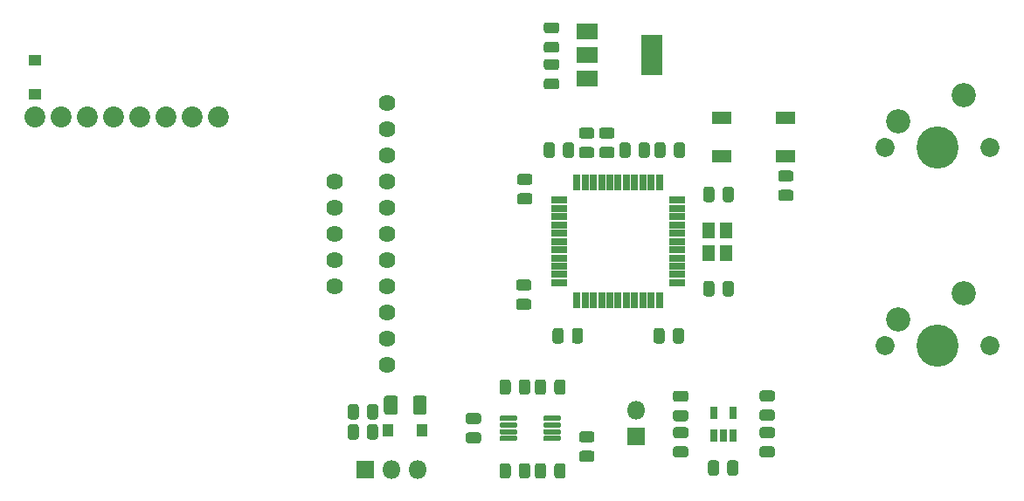
<source format=gbr>
G04 #@! TF.GenerationSoftware,KiCad,Pcbnew,(5.1.6)-1*
G04 #@! TF.CreationDate,2020-11-30T20:52:42-08:00*
G04 #@! TF.ProjectId,pcb2,70636232-2e6b-4696-9361-645f70636258,rev?*
G04 #@! TF.SameCoordinates,Original*
G04 #@! TF.FileFunction,Soldermask,Bot*
G04 #@! TF.FilePolarity,Negative*
%FSLAX46Y46*%
G04 Gerber Fmt 4.6, Leading zero omitted, Abs format (unit mm)*
G04 Created by KiCad (PCBNEW (5.1.6)-1) date 2020-11-30 20:52:42*
%MOMM*%
%LPD*%
G01*
G04 APERTURE LIST*
%ADD10C,1.624000*%
%ADD11C,2.030000*%
%ADD12R,1.000000X1.300000*%
%ADD13R,1.300000X1.000000*%
%ADD14R,1.800000X1.800000*%
%ADD15O,1.800000X1.800000*%
%ADD16C,1.850000*%
%ADD17C,2.350000*%
%ADD18C,4.087800*%
%ADD19R,1.900000X1.200000*%
%ADD20R,2.100000X3.900000*%
%ADD21R,2.100000X1.600000*%
%ADD22R,0.750000X1.160000*%
%ADD23R,0.650000X1.600000*%
%ADD24R,1.600000X0.650000*%
%ADD25R,1.300000X1.500000*%
G04 APERTURE END LIST*
G04 #@! TO.C,C14*
G36*
G01*
X152421880Y-67613610D02*
X152421880Y-68576110D01*
G75*
G02*
X152153130Y-68844860I-268750J0D01*
G01*
X151615630Y-68844860D01*
G75*
G02*
X151346880Y-68576110I0J268750D01*
G01*
X151346880Y-67613610D01*
G75*
G02*
X151615630Y-67344860I268750J0D01*
G01*
X152153130Y-67344860D01*
G75*
G02*
X152421880Y-67613610I0J-268750D01*
G01*
G37*
G36*
G01*
X150546880Y-67613610D02*
X150546880Y-68576110D01*
G75*
G02*
X150278130Y-68844860I-268750J0D01*
G01*
X149740630Y-68844860D01*
G75*
G02*
X149471880Y-68576110I0J268750D01*
G01*
X149471880Y-67613610D01*
G75*
G02*
X149740630Y-67344860I268750J0D01*
G01*
X150278130Y-67344860D01*
G75*
G02*
X150546880Y-67613610I0J-268750D01*
G01*
G37*
G04 #@! TD*
D10*
G04 #@! TO.C,JP1*
X127000000Y-63500000D03*
X127000000Y-66040000D03*
X127000000Y-68580000D03*
X127000000Y-71120000D03*
X127000000Y-73660000D03*
X127000000Y-76200000D03*
X127000000Y-78740000D03*
X127000000Y-81280000D03*
X127000000Y-83820000D03*
X127000000Y-86360000D03*
X127000000Y-88900000D03*
G04 #@! TD*
G04 #@! TO.C,C8*
G36*
G01*
X145086600Y-67616150D02*
X145086600Y-68578650D01*
G75*
G02*
X144817850Y-68847400I-268750J0D01*
G01*
X144280350Y-68847400D01*
G75*
G02*
X144011600Y-68578650I0J268750D01*
G01*
X144011600Y-67616150D01*
G75*
G02*
X144280350Y-67347400I268750J0D01*
G01*
X144817850Y-67347400D01*
G75*
G02*
X145086600Y-67616150I0J-268750D01*
G01*
G37*
G36*
G01*
X143211600Y-67616150D02*
X143211600Y-68578650D01*
G75*
G02*
X142942850Y-68847400I-268750J0D01*
G01*
X142405350Y-68847400D01*
G75*
G02*
X142136600Y-68578650I0J268750D01*
G01*
X142136600Y-67616150D01*
G75*
G02*
X142405350Y-67347400I268750J0D01*
G01*
X142942850Y-67347400D01*
G75*
G02*
X143211600Y-67616150I0J-268750D01*
G01*
G37*
G04 #@! TD*
D11*
G04 #@! TO.C,A1*
X110617000Y-64897000D03*
X108077000Y-64897000D03*
X105537000Y-64897000D03*
X102997000Y-64897000D03*
X100457000Y-64897000D03*
X97917000Y-64897000D03*
X95377000Y-64897000D03*
X92837000Y-64897000D03*
G04 #@! TD*
G04 #@! TO.C,C1*
G36*
G01*
X154941350Y-91440500D02*
X155903850Y-91440500D01*
G75*
G02*
X156172600Y-91709250I0J-268750D01*
G01*
X156172600Y-92246750D01*
G75*
G02*
X155903850Y-92515500I-268750J0D01*
G01*
X154941350Y-92515500D01*
G75*
G02*
X154672600Y-92246750I0J268750D01*
G01*
X154672600Y-91709250D01*
G75*
G02*
X154941350Y-91440500I268750J0D01*
G01*
G37*
G36*
G01*
X154941350Y-93315500D02*
X155903850Y-93315500D01*
G75*
G02*
X156172600Y-93584250I0J-268750D01*
G01*
X156172600Y-94121750D01*
G75*
G02*
X155903850Y-94390500I-268750J0D01*
G01*
X154941350Y-94390500D01*
G75*
G02*
X154672600Y-94121750I0J268750D01*
G01*
X154672600Y-93584250D01*
G75*
G02*
X154941350Y-93315500I268750J0D01*
G01*
G37*
G04 #@! TD*
G04 #@! TO.C,C2*
G36*
G01*
X143381650Y-58652700D02*
X142419150Y-58652700D01*
G75*
G02*
X142150400Y-58383950I0J268750D01*
G01*
X142150400Y-57846450D01*
G75*
G02*
X142419150Y-57577700I268750J0D01*
G01*
X143381650Y-57577700D01*
G75*
G02*
X143650400Y-57846450I0J-268750D01*
G01*
X143650400Y-58383950D01*
G75*
G02*
X143381650Y-58652700I-268750J0D01*
G01*
G37*
G36*
G01*
X143381650Y-56777700D02*
X142419150Y-56777700D01*
G75*
G02*
X142150400Y-56508950I0J268750D01*
G01*
X142150400Y-55971450D01*
G75*
G02*
X142419150Y-55702700I268750J0D01*
G01*
X143381650Y-55702700D01*
G75*
G02*
X143650400Y-55971450I0J-268750D01*
G01*
X143650400Y-56508950D01*
G75*
G02*
X143381650Y-56777700I-268750J0D01*
G01*
G37*
G04 #@! TD*
G04 #@! TO.C,C3*
G36*
G01*
X155903850Y-96041500D02*
X154941350Y-96041500D01*
G75*
G02*
X154672600Y-95772750I0J268750D01*
G01*
X154672600Y-95235250D01*
G75*
G02*
X154941350Y-94966500I268750J0D01*
G01*
X155903850Y-94966500D01*
G75*
G02*
X156172600Y-95235250I0J-268750D01*
G01*
X156172600Y-95772750D01*
G75*
G02*
X155903850Y-96041500I-268750J0D01*
G01*
G37*
G36*
G01*
X155903850Y-97916500D02*
X154941350Y-97916500D01*
G75*
G02*
X154672600Y-97647750I0J268750D01*
G01*
X154672600Y-97110250D01*
G75*
G02*
X154941350Y-96841500I268750J0D01*
G01*
X155903850Y-96841500D01*
G75*
G02*
X156172600Y-97110250I0J-268750D01*
G01*
X156172600Y-97647750D01*
G75*
G02*
X155903850Y-97916500I-268750J0D01*
G01*
G37*
G04 #@! TD*
G04 #@! TO.C,C4*
G36*
G01*
X142419150Y-61133700D02*
X143381650Y-61133700D01*
G75*
G02*
X143650400Y-61402450I0J-268750D01*
G01*
X143650400Y-61939950D01*
G75*
G02*
X143381650Y-62208700I-268750J0D01*
G01*
X142419150Y-62208700D01*
G75*
G02*
X142150400Y-61939950I0J268750D01*
G01*
X142150400Y-61402450D01*
G75*
G02*
X142419150Y-61133700I268750J0D01*
G01*
G37*
G36*
G01*
X142419150Y-59258700D02*
X143381650Y-59258700D01*
G75*
G02*
X143650400Y-59527450I0J-268750D01*
G01*
X143650400Y-60064950D01*
G75*
G02*
X143381650Y-60333700I-268750J0D01*
G01*
X142419150Y-60333700D01*
G75*
G02*
X142150400Y-60064950I0J268750D01*
G01*
X142150400Y-59527450D01*
G75*
G02*
X142419150Y-59258700I268750J0D01*
G01*
G37*
G04 #@! TD*
G04 #@! TO.C,C5*
G36*
G01*
X141300700Y-99693650D02*
X141300700Y-98731150D01*
G75*
G02*
X141569450Y-98462400I268750J0D01*
G01*
X142106950Y-98462400D01*
G75*
G02*
X142375700Y-98731150I0J-268750D01*
G01*
X142375700Y-99693650D01*
G75*
G02*
X142106950Y-99962400I-268750J0D01*
G01*
X141569450Y-99962400D01*
G75*
G02*
X141300700Y-99693650I0J268750D01*
G01*
G37*
G36*
G01*
X143175700Y-99693650D02*
X143175700Y-98731150D01*
G75*
G02*
X143444450Y-98462400I268750J0D01*
G01*
X143981950Y-98462400D01*
G75*
G02*
X144250700Y-98731150I0J-268750D01*
G01*
X144250700Y-99693650D01*
G75*
G02*
X143981950Y-99962400I-268750J0D01*
G01*
X143444450Y-99962400D01*
G75*
G02*
X143175700Y-99693650I0J268750D01*
G01*
G37*
G04 #@! TD*
G04 #@! TO.C,C6*
G36*
G01*
X145835450Y-95387900D02*
X146797950Y-95387900D01*
G75*
G02*
X147066700Y-95656650I0J-268750D01*
G01*
X147066700Y-96194150D01*
G75*
G02*
X146797950Y-96462900I-268750J0D01*
G01*
X145835450Y-96462900D01*
G75*
G02*
X145566700Y-96194150I0J268750D01*
G01*
X145566700Y-95656650D01*
G75*
G02*
X145835450Y-95387900I268750J0D01*
G01*
G37*
G36*
G01*
X145835450Y-97262900D02*
X146797950Y-97262900D01*
G75*
G02*
X147066700Y-97531650I0J-268750D01*
G01*
X147066700Y-98069150D01*
G75*
G02*
X146797950Y-98337900I-268750J0D01*
G01*
X145835450Y-98337900D01*
G75*
G02*
X145566700Y-98069150I0J268750D01*
G01*
X145566700Y-97531650D01*
G75*
G02*
X145835450Y-97262900I268750J0D01*
G01*
G37*
G04 #@! TD*
G04 #@! TO.C,C7*
G36*
G01*
X154758100Y-68578650D02*
X154758100Y-67616150D01*
G75*
G02*
X155026850Y-67347400I268750J0D01*
G01*
X155564350Y-67347400D01*
G75*
G02*
X155833100Y-67616150I0J-268750D01*
G01*
X155833100Y-68578650D01*
G75*
G02*
X155564350Y-68847400I-268750J0D01*
G01*
X155026850Y-68847400D01*
G75*
G02*
X154758100Y-68578650I0J268750D01*
G01*
G37*
G36*
G01*
X152883100Y-68578650D02*
X152883100Y-67616150D01*
G75*
G02*
X153151850Y-67347400I268750J0D01*
G01*
X153689350Y-67347400D01*
G75*
G02*
X153958100Y-67616150I0J-268750D01*
G01*
X153958100Y-68578650D01*
G75*
G02*
X153689350Y-68847400I-268750J0D01*
G01*
X153151850Y-68847400D01*
G75*
G02*
X152883100Y-68578650I0J268750D01*
G01*
G37*
G04 #@! TD*
G04 #@! TO.C,C9*
G36*
G01*
X140790850Y-71482000D02*
X139828350Y-71482000D01*
G75*
G02*
X139559600Y-71213250I0J268750D01*
G01*
X139559600Y-70675750D01*
G75*
G02*
X139828350Y-70407000I268750J0D01*
G01*
X140790850Y-70407000D01*
G75*
G02*
X141059600Y-70675750I0J-268750D01*
G01*
X141059600Y-71213250D01*
G75*
G02*
X140790850Y-71482000I-268750J0D01*
G01*
G37*
G36*
G01*
X140790850Y-73357000D02*
X139828350Y-73357000D01*
G75*
G02*
X139559600Y-73088250I0J268750D01*
G01*
X139559600Y-72550750D01*
G75*
G02*
X139828350Y-72282000I268750J0D01*
G01*
X140790850Y-72282000D01*
G75*
G02*
X141059600Y-72550750I0J-268750D01*
G01*
X141059600Y-73088250D01*
G75*
G02*
X140790850Y-73357000I-268750J0D01*
G01*
G37*
G04 #@! TD*
G04 #@! TO.C,C10*
G36*
G01*
X139726750Y-82520500D02*
X140689250Y-82520500D01*
G75*
G02*
X140958000Y-82789250I0J-268750D01*
G01*
X140958000Y-83326750D01*
G75*
G02*
X140689250Y-83595500I-268750J0D01*
G01*
X139726750Y-83595500D01*
G75*
G02*
X139458000Y-83326750I0J268750D01*
G01*
X139458000Y-82789250D01*
G75*
G02*
X139726750Y-82520500I268750J0D01*
G01*
G37*
G36*
G01*
X139726750Y-80645500D02*
X140689250Y-80645500D01*
G75*
G02*
X140958000Y-80914250I0J-268750D01*
G01*
X140958000Y-81451750D01*
G75*
G02*
X140689250Y-81720500I-268750J0D01*
G01*
X139726750Y-81720500D01*
G75*
G02*
X139458000Y-81451750I0J268750D01*
G01*
X139458000Y-80914250D01*
G75*
G02*
X139726750Y-80645500I268750J0D01*
G01*
G37*
G04 #@! TD*
G04 #@! TO.C,C11*
G36*
G01*
X154656500Y-86587250D02*
X154656500Y-85624750D01*
G75*
G02*
X154925250Y-85356000I268750J0D01*
G01*
X155462750Y-85356000D01*
G75*
G02*
X155731500Y-85624750I0J-268750D01*
G01*
X155731500Y-86587250D01*
G75*
G02*
X155462750Y-86856000I-268750J0D01*
G01*
X154925250Y-86856000D01*
G75*
G02*
X154656500Y-86587250I0J268750D01*
G01*
G37*
G36*
G01*
X152781500Y-86587250D02*
X152781500Y-85624750D01*
G75*
G02*
X153050250Y-85356000I268750J0D01*
G01*
X153587750Y-85356000D01*
G75*
G02*
X153856500Y-85624750I0J-268750D01*
G01*
X153856500Y-86587250D01*
G75*
G02*
X153587750Y-86856000I-268750J0D01*
G01*
X153050250Y-86856000D01*
G75*
G02*
X152781500Y-86587250I0J268750D01*
G01*
G37*
G04 #@! TD*
G04 #@! TO.C,C12*
G36*
G01*
X157607500Y-82015250D02*
X157607500Y-81052750D01*
G75*
G02*
X157876250Y-80784000I268750J0D01*
G01*
X158413750Y-80784000D01*
G75*
G02*
X158682500Y-81052750I0J-268750D01*
G01*
X158682500Y-82015250D01*
G75*
G02*
X158413750Y-82284000I-268750J0D01*
G01*
X157876250Y-82284000D01*
G75*
G02*
X157607500Y-82015250I0J268750D01*
G01*
G37*
G36*
G01*
X159482500Y-82015250D02*
X159482500Y-81052750D01*
G75*
G02*
X159751250Y-80784000I268750J0D01*
G01*
X160288750Y-80784000D01*
G75*
G02*
X160557500Y-81052750I0J-268750D01*
G01*
X160557500Y-82015250D01*
G75*
G02*
X160288750Y-82284000I-268750J0D01*
G01*
X159751250Y-82284000D01*
G75*
G02*
X159482500Y-82015250I0J268750D01*
G01*
G37*
G04 #@! TD*
G04 #@! TO.C,C13*
G36*
G01*
X159482500Y-72871250D02*
X159482500Y-71908750D01*
G75*
G02*
X159751250Y-71640000I268750J0D01*
G01*
X160288750Y-71640000D01*
G75*
G02*
X160557500Y-71908750I0J-268750D01*
G01*
X160557500Y-72871250D01*
G75*
G02*
X160288750Y-73140000I-268750J0D01*
G01*
X159751250Y-73140000D01*
G75*
G02*
X159482500Y-72871250I0J268750D01*
G01*
G37*
G36*
G01*
X157607500Y-72871250D02*
X157607500Y-71908750D01*
G75*
G02*
X157876250Y-71640000I268750J0D01*
G01*
X158413750Y-71640000D01*
G75*
G02*
X158682500Y-71908750I0J-268750D01*
G01*
X158682500Y-72871250D01*
G75*
G02*
X158413750Y-73140000I-268750J0D01*
G01*
X157876250Y-73140000D01*
G75*
G02*
X157607500Y-72871250I0J268750D01*
G01*
G37*
G04 #@! TD*
D12*
G04 #@! TO.C,D1*
X130388900Y-95250000D03*
X127088900Y-95250000D03*
G04 #@! TD*
G04 #@! TO.C,D2*
G36*
G01*
X161010100Y-98451750D02*
X161010100Y-99414250D01*
G75*
G02*
X160741350Y-99683000I-268750J0D01*
G01*
X160203850Y-99683000D01*
G75*
G02*
X159935100Y-99414250I0J268750D01*
G01*
X159935100Y-98451750D01*
G75*
G02*
X160203850Y-98183000I268750J0D01*
G01*
X160741350Y-98183000D01*
G75*
G02*
X161010100Y-98451750I0J-268750D01*
G01*
G37*
G36*
G01*
X159135100Y-98451750D02*
X159135100Y-99414250D01*
G75*
G02*
X158866350Y-99683000I-268750J0D01*
G01*
X158328850Y-99683000D01*
G75*
G02*
X158060100Y-99414250I0J268750D01*
G01*
X158060100Y-98451750D01*
G75*
G02*
X158328850Y-98183000I268750J0D01*
G01*
X158866350Y-98183000D01*
G75*
G02*
X159135100Y-98451750I0J-268750D01*
G01*
G37*
G04 #@! TD*
G04 #@! TO.C,D3*
G36*
G01*
X125027400Y-93953250D02*
X125027400Y-92990750D01*
G75*
G02*
X125296150Y-92722000I268750J0D01*
G01*
X125833650Y-92722000D01*
G75*
G02*
X126102400Y-92990750I0J-268750D01*
G01*
X126102400Y-93953250D01*
G75*
G02*
X125833650Y-94222000I-268750J0D01*
G01*
X125296150Y-94222000D01*
G75*
G02*
X125027400Y-93953250I0J268750D01*
G01*
G37*
G36*
G01*
X123152400Y-93953250D02*
X123152400Y-92990750D01*
G75*
G02*
X123421150Y-92722000I268750J0D01*
G01*
X123958650Y-92722000D01*
G75*
G02*
X124227400Y-92990750I0J-268750D01*
G01*
X124227400Y-93953250D01*
G75*
G02*
X123958650Y-94222000I-268750J0D01*
G01*
X123421150Y-94222000D01*
G75*
G02*
X123152400Y-93953250I0J268750D01*
G01*
G37*
G04 #@! TD*
D13*
G04 #@! TO.C,D4*
X92862400Y-62660800D03*
X92862400Y-59360800D03*
G04 #@! TD*
G04 #@! TO.C,F1*
G36*
G01*
X130817900Y-92182000D02*
X130817900Y-93492000D01*
G75*
G02*
X130547900Y-93762000I-270000J0D01*
G01*
X129737900Y-93762000D01*
G75*
G02*
X129467900Y-93492000I0J270000D01*
G01*
X129467900Y-92182000D01*
G75*
G02*
X129737900Y-91912000I270000J0D01*
G01*
X130547900Y-91912000D01*
G75*
G02*
X130817900Y-92182000I0J-270000D01*
G01*
G37*
G36*
G01*
X128017900Y-92182000D02*
X128017900Y-93492000D01*
G75*
G02*
X127747900Y-93762000I-270000J0D01*
G01*
X126937900Y-93762000D01*
G75*
G02*
X126667900Y-93492000I0J270000D01*
G01*
X126667900Y-92182000D01*
G75*
G02*
X126937900Y-91912000I270000J0D01*
G01*
X127747900Y-91912000D01*
G75*
G02*
X128017900Y-92182000I0J-270000D01*
G01*
G37*
G04 #@! TD*
D14*
G04 #@! TO.C,JP2*
X151104600Y-95885000D03*
D15*
X151104600Y-93345000D03*
G04 #@! TD*
D10*
G04 #@! TO.C,JP3*
X121920000Y-71120000D03*
X121920000Y-73660000D03*
X121920000Y-76200000D03*
X121920000Y-78740000D03*
X121920000Y-81280000D03*
G04 #@! TD*
G04 #@! TO.C,L1*
G36*
G01*
X140821700Y-98731150D02*
X140821700Y-99693650D01*
G75*
G02*
X140552950Y-99962400I-268750J0D01*
G01*
X140015450Y-99962400D01*
G75*
G02*
X139746700Y-99693650I0J268750D01*
G01*
X139746700Y-98731150D01*
G75*
G02*
X140015450Y-98462400I268750J0D01*
G01*
X140552950Y-98462400D01*
G75*
G02*
X140821700Y-98731150I0J-268750D01*
G01*
G37*
G36*
G01*
X138946700Y-98731150D02*
X138946700Y-99693650D01*
G75*
G02*
X138677950Y-99962400I-268750J0D01*
G01*
X138140450Y-99962400D01*
G75*
G02*
X137871700Y-99693650I0J268750D01*
G01*
X137871700Y-98731150D01*
G75*
G02*
X138140450Y-98462400I268750J0D01*
G01*
X138677950Y-98462400D01*
G75*
G02*
X138946700Y-98731150I0J-268750D01*
G01*
G37*
G04 #@! TD*
G04 #@! TO.C,R1*
G36*
G01*
X125027400Y-95921750D02*
X125027400Y-94959250D01*
G75*
G02*
X125296150Y-94690500I268750J0D01*
G01*
X125833650Y-94690500D01*
G75*
G02*
X126102400Y-94959250I0J-268750D01*
G01*
X126102400Y-95921750D01*
G75*
G02*
X125833650Y-96190500I-268750J0D01*
G01*
X125296150Y-96190500D01*
G75*
G02*
X125027400Y-95921750I0J268750D01*
G01*
G37*
G36*
G01*
X123152400Y-95921750D02*
X123152400Y-94959250D01*
G75*
G02*
X123421150Y-94690500I268750J0D01*
G01*
X123958650Y-94690500D01*
G75*
G02*
X124227400Y-94959250I0J-268750D01*
G01*
X124227400Y-95921750D01*
G75*
G02*
X123958650Y-96190500I-268750J0D01*
G01*
X123421150Y-96190500D01*
G75*
G02*
X123152400Y-95921750I0J268750D01*
G01*
G37*
G04 #@! TD*
G04 #@! TO.C,R2*
G36*
G01*
X163323350Y-91410500D02*
X164285850Y-91410500D01*
G75*
G02*
X164554600Y-91679250I0J-268750D01*
G01*
X164554600Y-92216750D01*
G75*
G02*
X164285850Y-92485500I-268750J0D01*
G01*
X163323350Y-92485500D01*
G75*
G02*
X163054600Y-92216750I0J268750D01*
G01*
X163054600Y-91679250D01*
G75*
G02*
X163323350Y-91410500I268750J0D01*
G01*
G37*
G36*
G01*
X163323350Y-93285500D02*
X164285850Y-93285500D01*
G75*
G02*
X164554600Y-93554250I0J-268750D01*
G01*
X164554600Y-94091750D01*
G75*
G02*
X164285850Y-94360500I-268750J0D01*
G01*
X163323350Y-94360500D01*
G75*
G02*
X163054600Y-94091750I0J268750D01*
G01*
X163054600Y-93554250D01*
G75*
G02*
X163323350Y-93285500I268750J0D01*
G01*
G37*
G04 #@! TD*
G04 #@! TO.C,R3*
G36*
G01*
X164285850Y-97916500D02*
X163323350Y-97916500D01*
G75*
G02*
X163054600Y-97647750I0J268750D01*
G01*
X163054600Y-97110250D01*
G75*
G02*
X163323350Y-96841500I268750J0D01*
G01*
X164285850Y-96841500D01*
G75*
G02*
X164554600Y-97110250I0J-268750D01*
G01*
X164554600Y-97647750D01*
G75*
G02*
X164285850Y-97916500I-268750J0D01*
G01*
G37*
G36*
G01*
X164285850Y-96041500D02*
X163323350Y-96041500D01*
G75*
G02*
X163054600Y-95772750I0J268750D01*
G01*
X163054600Y-95235250D01*
G75*
G02*
X163323350Y-94966500I268750J0D01*
G01*
X164285850Y-94966500D01*
G75*
G02*
X164554600Y-95235250I0J-268750D01*
G01*
X164554600Y-95772750D01*
G75*
G02*
X164285850Y-96041500I-268750J0D01*
G01*
G37*
G04 #@! TD*
G04 #@! TO.C,R4*
G36*
G01*
X144250700Y-90603150D02*
X144250700Y-91565650D01*
G75*
G02*
X143981950Y-91834400I-268750J0D01*
G01*
X143444450Y-91834400D01*
G75*
G02*
X143175700Y-91565650I0J268750D01*
G01*
X143175700Y-90603150D01*
G75*
G02*
X143444450Y-90334400I268750J0D01*
G01*
X143981950Y-90334400D01*
G75*
G02*
X144250700Y-90603150I0J-268750D01*
G01*
G37*
G36*
G01*
X142375700Y-90603150D02*
X142375700Y-91565650D01*
G75*
G02*
X142106950Y-91834400I-268750J0D01*
G01*
X141569450Y-91834400D01*
G75*
G02*
X141300700Y-91565650I0J268750D01*
G01*
X141300700Y-90603150D01*
G75*
G02*
X141569450Y-90334400I268750J0D01*
G01*
X142106950Y-90334400D01*
G75*
G02*
X142375700Y-90603150I0J-268750D01*
G01*
G37*
G04 #@! TD*
G04 #@! TO.C,R5*
G36*
G01*
X138946700Y-90603150D02*
X138946700Y-91565650D01*
G75*
G02*
X138677950Y-91834400I-268750J0D01*
G01*
X138140450Y-91834400D01*
G75*
G02*
X137871700Y-91565650I0J268750D01*
G01*
X137871700Y-90603150D01*
G75*
G02*
X138140450Y-90334400I268750J0D01*
G01*
X138677950Y-90334400D01*
G75*
G02*
X138946700Y-90603150I0J-268750D01*
G01*
G37*
G36*
G01*
X140821700Y-90603150D02*
X140821700Y-91565650D01*
G75*
G02*
X140552950Y-91834400I-268750J0D01*
G01*
X140015450Y-91834400D01*
G75*
G02*
X139746700Y-91565650I0J268750D01*
G01*
X139746700Y-90603150D01*
G75*
G02*
X140015450Y-90334400I268750J0D01*
G01*
X140552950Y-90334400D01*
G75*
G02*
X140821700Y-90603150I0J-268750D01*
G01*
G37*
G04 #@! TD*
G04 #@! TO.C,R6*
G36*
G01*
X146785250Y-66988500D02*
X145822750Y-66988500D01*
G75*
G02*
X145554000Y-66719750I0J268750D01*
G01*
X145554000Y-66182250D01*
G75*
G02*
X145822750Y-65913500I268750J0D01*
G01*
X146785250Y-65913500D01*
G75*
G02*
X147054000Y-66182250I0J-268750D01*
G01*
X147054000Y-66719750D01*
G75*
G02*
X146785250Y-66988500I-268750J0D01*
G01*
G37*
G36*
G01*
X146785250Y-68863500D02*
X145822750Y-68863500D01*
G75*
G02*
X145554000Y-68594750I0J268750D01*
G01*
X145554000Y-68057250D01*
G75*
G02*
X145822750Y-67788500I268750J0D01*
G01*
X146785250Y-67788500D01*
G75*
G02*
X147054000Y-68057250I0J-268750D01*
G01*
X147054000Y-68594750D01*
G75*
G02*
X146785250Y-68863500I-268750J0D01*
G01*
G37*
G04 #@! TD*
G04 #@! TO.C,R7*
G36*
G01*
X148746130Y-68863500D02*
X147783630Y-68863500D01*
G75*
G02*
X147514880Y-68594750I0J268750D01*
G01*
X147514880Y-68057250D01*
G75*
G02*
X147783630Y-67788500I268750J0D01*
G01*
X148746130Y-67788500D01*
G75*
G02*
X149014880Y-68057250I0J-268750D01*
G01*
X149014880Y-68594750D01*
G75*
G02*
X148746130Y-68863500I-268750J0D01*
G01*
G37*
G36*
G01*
X148746130Y-66988500D02*
X147783630Y-66988500D01*
G75*
G02*
X147514880Y-66719750I0J268750D01*
G01*
X147514880Y-66182250D01*
G75*
G02*
X147783630Y-65913500I268750J0D01*
G01*
X148746130Y-65913500D01*
G75*
G02*
X149014880Y-66182250I0J-268750D01*
G01*
X149014880Y-66719750D01*
G75*
G02*
X148746130Y-66988500I-268750J0D01*
G01*
G37*
G04 #@! TD*
G04 #@! TO.C,R8*
G36*
G01*
X166089250Y-71149500D02*
X165126750Y-71149500D01*
G75*
G02*
X164858000Y-70880750I0J268750D01*
G01*
X164858000Y-70343250D01*
G75*
G02*
X165126750Y-70074500I268750J0D01*
G01*
X166089250Y-70074500D01*
G75*
G02*
X166358000Y-70343250I0J-268750D01*
G01*
X166358000Y-70880750D01*
G75*
G02*
X166089250Y-71149500I-268750J0D01*
G01*
G37*
G36*
G01*
X166089250Y-73024500D02*
X165126750Y-73024500D01*
G75*
G02*
X164858000Y-72755750I0J268750D01*
G01*
X164858000Y-72218250D01*
G75*
G02*
X165126750Y-71949500I268750J0D01*
G01*
X166089250Y-71949500D01*
G75*
G02*
X166358000Y-72218250I0J-268750D01*
G01*
X166358000Y-72755750D01*
G75*
G02*
X166089250Y-73024500I-268750J0D01*
G01*
G37*
G04 #@! TD*
G04 #@! TO.C,R9*
G36*
G01*
X144877500Y-86587250D02*
X144877500Y-85624750D01*
G75*
G02*
X145146250Y-85356000I268750J0D01*
G01*
X145683750Y-85356000D01*
G75*
G02*
X145952500Y-85624750I0J-268750D01*
G01*
X145952500Y-86587250D01*
G75*
G02*
X145683750Y-86856000I-268750J0D01*
G01*
X145146250Y-86856000D01*
G75*
G02*
X144877500Y-86587250I0J268750D01*
G01*
G37*
G36*
G01*
X143002500Y-86587250D02*
X143002500Y-85624750D01*
G75*
G02*
X143271250Y-85356000I268750J0D01*
G01*
X143808750Y-85356000D01*
G75*
G02*
X144077500Y-85624750I0J-268750D01*
G01*
X144077500Y-86587250D01*
G75*
G02*
X143808750Y-86856000I-268750J0D01*
G01*
X143271250Y-86856000D01*
G75*
G02*
X143002500Y-86587250I0J268750D01*
G01*
G37*
G04 #@! TD*
G04 #@! TO.C,R10*
G36*
G01*
X135812450Y-96544900D02*
X134849950Y-96544900D01*
G75*
G02*
X134581200Y-96276150I0J268750D01*
G01*
X134581200Y-95738650D01*
G75*
G02*
X134849950Y-95469900I268750J0D01*
G01*
X135812450Y-95469900D01*
G75*
G02*
X136081200Y-95738650I0J-268750D01*
G01*
X136081200Y-96276150D01*
G75*
G02*
X135812450Y-96544900I-268750J0D01*
G01*
G37*
G36*
G01*
X135812450Y-94669900D02*
X134849950Y-94669900D01*
G75*
G02*
X134581200Y-94401150I0J268750D01*
G01*
X134581200Y-93863650D01*
G75*
G02*
X134849950Y-93594900I268750J0D01*
G01*
X135812450Y-93594900D01*
G75*
G02*
X136081200Y-93863650I0J-268750D01*
G01*
X136081200Y-94401150D01*
G75*
G02*
X135812450Y-94669900I-268750J0D01*
G01*
G37*
G04 #@! TD*
D16*
G04 #@! TO.C,SW1*
X185420000Y-67818000D03*
X175260000Y-67818000D03*
D17*
X176530000Y-65278000D03*
D18*
X180340000Y-67818000D03*
D17*
X182880000Y-62738000D03*
G04 #@! TD*
D14*
G04 #@! TO.C,SW2*
X124885401Y-99061001D03*
D15*
X127425401Y-99061001D03*
X129965401Y-99061001D03*
G04 #@! TD*
D17*
G04 #@! TO.C,SW3*
X182880000Y-81991200D03*
D18*
X180340000Y-87071200D03*
D17*
X176530000Y-84531200D03*
D16*
X175260000Y-87071200D03*
X185420000Y-87071200D03*
G04 #@! TD*
D19*
G04 #@! TO.C,SW4*
X165609200Y-65002800D03*
X159409200Y-65002800D03*
X165609200Y-68702800D03*
X159409200Y-68702800D03*
G04 #@! TD*
D20*
G04 #@! TO.C,U1*
X152654400Y-58877200D03*
D21*
X146354400Y-58877200D03*
X146354400Y-56577200D03*
X146354400Y-61177200D03*
G04 #@! TD*
D22*
G04 #@! TO.C,U2*
X160502600Y-95799000D03*
X159552600Y-95799000D03*
X158602600Y-95799000D03*
X158602600Y-93599000D03*
X160502600Y-93599000D03*
G04 #@! TD*
G04 #@! TO.C,U3*
G36*
G01*
X137863700Y-96192400D02*
X137863700Y-95942400D01*
G75*
G02*
X137988700Y-95817400I125000J0D01*
G01*
X139463700Y-95817400D01*
G75*
G02*
X139588700Y-95942400I0J-125000D01*
G01*
X139588700Y-96192400D01*
G75*
G02*
X139463700Y-96317400I-125000J0D01*
G01*
X137988700Y-96317400D01*
G75*
G02*
X137863700Y-96192400I0J125000D01*
G01*
G37*
G36*
G01*
X137863700Y-95542400D02*
X137863700Y-95292400D01*
G75*
G02*
X137988700Y-95167400I125000J0D01*
G01*
X139463700Y-95167400D01*
G75*
G02*
X139588700Y-95292400I0J-125000D01*
G01*
X139588700Y-95542400D01*
G75*
G02*
X139463700Y-95667400I-125000J0D01*
G01*
X137988700Y-95667400D01*
G75*
G02*
X137863700Y-95542400I0J125000D01*
G01*
G37*
G36*
G01*
X137863700Y-94892400D02*
X137863700Y-94642400D01*
G75*
G02*
X137988700Y-94517400I125000J0D01*
G01*
X139463700Y-94517400D01*
G75*
G02*
X139588700Y-94642400I0J-125000D01*
G01*
X139588700Y-94892400D01*
G75*
G02*
X139463700Y-95017400I-125000J0D01*
G01*
X137988700Y-95017400D01*
G75*
G02*
X137863700Y-94892400I0J125000D01*
G01*
G37*
G36*
G01*
X137863700Y-94242400D02*
X137863700Y-93992400D01*
G75*
G02*
X137988700Y-93867400I125000J0D01*
G01*
X139463700Y-93867400D01*
G75*
G02*
X139588700Y-93992400I0J-125000D01*
G01*
X139588700Y-94242400D01*
G75*
G02*
X139463700Y-94367400I-125000J0D01*
G01*
X137988700Y-94367400D01*
G75*
G02*
X137863700Y-94242400I0J125000D01*
G01*
G37*
G36*
G01*
X142088700Y-94242400D02*
X142088700Y-93992400D01*
G75*
G02*
X142213700Y-93867400I125000J0D01*
G01*
X143688700Y-93867400D01*
G75*
G02*
X143813700Y-93992400I0J-125000D01*
G01*
X143813700Y-94242400D01*
G75*
G02*
X143688700Y-94367400I-125000J0D01*
G01*
X142213700Y-94367400D01*
G75*
G02*
X142088700Y-94242400I0J125000D01*
G01*
G37*
G36*
G01*
X142088700Y-94892400D02*
X142088700Y-94642400D01*
G75*
G02*
X142213700Y-94517400I125000J0D01*
G01*
X143688700Y-94517400D01*
G75*
G02*
X143813700Y-94642400I0J-125000D01*
G01*
X143813700Y-94892400D01*
G75*
G02*
X143688700Y-95017400I-125000J0D01*
G01*
X142213700Y-95017400D01*
G75*
G02*
X142088700Y-94892400I0J125000D01*
G01*
G37*
G36*
G01*
X142088700Y-95542400D02*
X142088700Y-95292400D01*
G75*
G02*
X142213700Y-95167400I125000J0D01*
G01*
X143688700Y-95167400D01*
G75*
G02*
X143813700Y-95292400I0J-125000D01*
G01*
X143813700Y-95542400D01*
G75*
G02*
X143688700Y-95667400I-125000J0D01*
G01*
X142213700Y-95667400D01*
G75*
G02*
X142088700Y-95542400I0J125000D01*
G01*
G37*
G36*
G01*
X142088700Y-96192400D02*
X142088700Y-95942400D01*
G75*
G02*
X142213700Y-95817400I125000J0D01*
G01*
X143688700Y-95817400D01*
G75*
G02*
X143813700Y-95942400I0J-125000D01*
G01*
X143813700Y-96192400D01*
G75*
G02*
X143688700Y-96317400I-125000J0D01*
G01*
X142213700Y-96317400D01*
G75*
G02*
X142088700Y-96192400I0J125000D01*
G01*
G37*
G04 #@! TD*
D23*
G04 #@! TO.C,U4*
X145352000Y-71262000D03*
X146152000Y-71262000D03*
X146952000Y-71262000D03*
X147752000Y-71262000D03*
X148552000Y-71262000D03*
X149352000Y-71262000D03*
X150152000Y-71262000D03*
X150952000Y-71262000D03*
X151752000Y-71262000D03*
X152552000Y-71262000D03*
X153352000Y-71262000D03*
D24*
X155052000Y-72962000D03*
X155052000Y-73762000D03*
X155052000Y-74562000D03*
X155052000Y-75362000D03*
X155052000Y-76162000D03*
X155052000Y-76962000D03*
X155052000Y-77762000D03*
X155052000Y-78562000D03*
X155052000Y-79362000D03*
X155052000Y-80162000D03*
X155052000Y-80962000D03*
D23*
X153352000Y-82662000D03*
X152552000Y-82662000D03*
X151752000Y-82662000D03*
X150952000Y-82662000D03*
X150152000Y-82662000D03*
X149352000Y-82662000D03*
X148552000Y-82662000D03*
X147752000Y-82662000D03*
X146952000Y-82662000D03*
X146152000Y-82662000D03*
X145352000Y-82662000D03*
D24*
X143652000Y-80962000D03*
X143652000Y-80162000D03*
X143652000Y-79362000D03*
X143652000Y-78562000D03*
X143652000Y-77762000D03*
X143652000Y-76962000D03*
X143652000Y-76162000D03*
X143652000Y-75362000D03*
X143652000Y-74562000D03*
X143652000Y-73762000D03*
X143652000Y-72962000D03*
G04 #@! TD*
D25*
G04 #@! TO.C,Y1*
X158154000Y-78062000D03*
X158154000Y-75862000D03*
X159854000Y-75862000D03*
X159854000Y-78062000D03*
G04 #@! TD*
M02*

</source>
